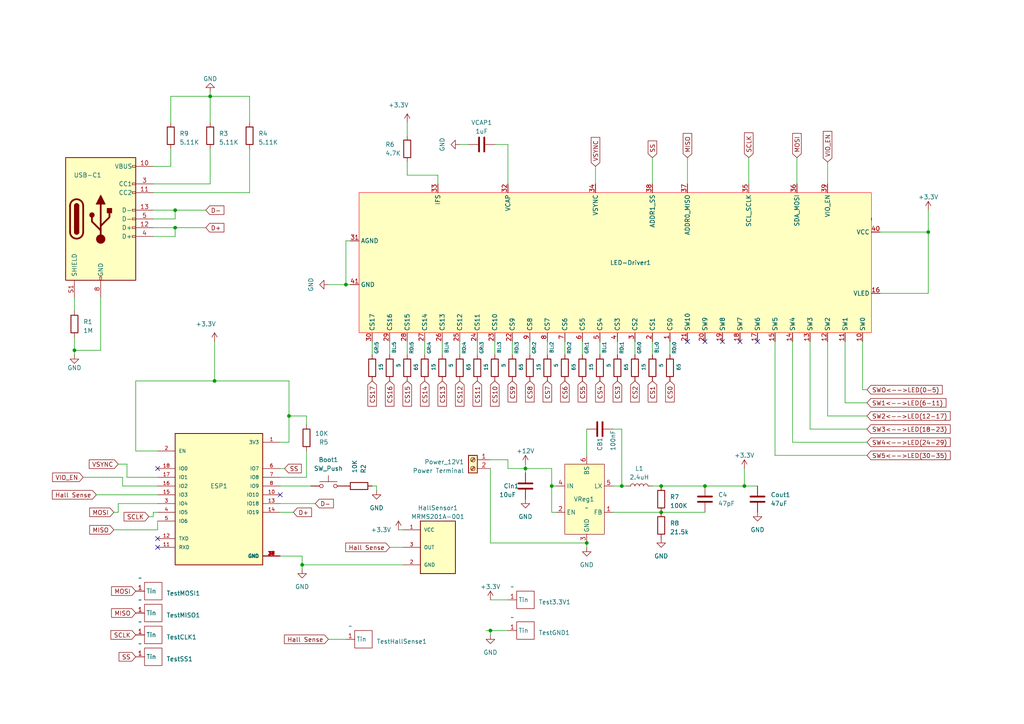
<source format=kicad_sch>
(kicad_sch (version 20230121) (generator eeschema)
  (paper "A4")
  (lib_symbols
    (symbol "Connector:Screw_Terminal_01x02" (pin_names (offset 1.016) hide)
      (property "Reference" "J" (at 0 2.54 0))
      (property "Value" "Screw_Terminal_01x02" (at 0 -5.08 0))
      (symbol "Screw_Terminal_01x02_1_1"
        (rectangle (start -1.27 1.27) (end 1.27 -3.81) (stroke (width 0.254)) (fill (type background)))
        (circle (center 0 -2.54) (radius 0.635) (stroke (width 0.1524)))
        (polyline (pts (xy -0.5334 -2.2098) (xy 0.3302 -3.048)) (stroke (width 0.1524)))
        (polyline (pts (xy -0.5334 0.3302) (xy 0.3302 -0.508)) (stroke (width 0.1524)))
        (polyline (pts (xy -0.3556 -2.032) (xy 0.508 -2.8702)) (stroke (width 0.1524)))
        (polyline (pts (xy -0.3556 0.508) (xy 0.508 -0.3302)) (stroke (width 0.1524)))
        (circle (center 0 0) (radius 0.635) (stroke (width 0.1524)))
        (pin passive line (at -5.08 0 0) (length 3.81) (name "Pin_1") (number "1"))
        (pin passive line (at -5.08 -2.54 0) (length 3.81) (name "Pin_2") (number "2"))
      )
    )
    (symbol "Device:C" (pin_numbers hide) (pin_names (offset 0.254))
      (property "Reference" "C" (at 0.635 2.54 0))
      (property "Value" "C" (at 0.635 -2.54 0))
      (symbol "C_0_1"
        (polyline (pts (xy -2.032 -0.762) (xy 2.032 -0.762)) (stroke (width 0.508)))
        (polyline (pts (xy -2.032 0.762) (xy 2.032 0.762)) (stroke (width 0.508)))
      )
      (symbol "C_1_1"
        (pin passive line (at 0 3.81 270) (length 2.794) (name "~") (number "1"))
        (pin passive line (at 0 -3.81 90) (length 2.794) (name "~") (number "2"))
      )
    )
    (symbol "Device:L" (pin_numbers hide) (pin_names (offset 1.016) hide)
      (property "Reference" "L" (at -1.27 0 90))
      (property "Value" "L" (at 1.905 0 90))
      (symbol "L_0_1"
        (arc (start 0 -2.54) (mid 0.6323 -1.905) (end 0 -1.27))
        (arc (start 0 -1.27) (mid 0.6323 -0.635) (end 0 0))
        (arc (start 0 0) (mid 0.6323 0.635) (end 0 1.27))
        (arc (start 0 1.27) (mid 0.6323 1.905) (end 0 2.54))
      )
      (symbol "L_1_1"
        (pin passive line (at 0 3.81 270) (length 1.27) (name "1") (number "1"))
        (pin passive line (at 0 -3.81 90) (length 1.27) (name "2") (number "2"))
      )
    )
    (symbol "Device:R" (pin_numbers hide) (pin_names (offset 0))
      (property "Reference" "R" (at 2.032 0 90))
      (property "Value" "R" (at 0 0 90))
      (symbol "R_0_1"
        (rectangle (start -1.016 -2.54) (end 1.016 2.54) (stroke (width 0.254)))
      )
      (symbol "R_1_1"
        (pin passive line (at 0 3.81 270) (length 1.27) (name "~") (number "1"))
        (pin passive line (at 0 -3.81 90) (length 1.27) (name "~") (number "2"))
      )
    )
    (symbol "FanBladeSymbols:ESP32-C3-WROOM-02-N4" (pin_names (offset 1.016))
      (property "Reference" "U" (at -12.7 21.082 0))
      (property "Value" "ESP32-C3-WROOM-02-N4" (at -12.7 -18.542 0))
      (symbol "ESP32-C3-WROOM-02-N4_0_0"
        (rectangle (start -12.7 20.32) (end 12.7 -17.78) (stroke (width 0.254)) (fill (type background)))
        (pin power_in line (at 17.78 17.78 180) (length 5.08) (name "3V3") (number "1"))
        (pin bidirectional line (at 17.78 2.54 180) (length 5.08) (name "IO10") (number "10"))
        (pin bidirectional line (at -17.78 -12.7 0) (length 5.08) (name "RXD") (number "11"))
        (pin bidirectional line (at -17.78 -10.16 0) (length 5.08) (name "TXD") (number "12"))
        (pin bidirectional line (at 17.78 0 180) (length 5.08) (name "IO18") (number "13"))
        (pin bidirectional line (at 17.78 -2.54 180) (length 5.08) (name "IO19") (number "14"))
        (pin bidirectional line (at -17.78 2.54 0) (length 5.08) (name "IO3") (number "15"))
        (pin bidirectional line (at -17.78 5.08 0) (length 5.08) (name "IO2") (number "16"))
        (pin bidirectional line (at -17.78 7.62 0) (length 5.08) (name "IO1") (number "17"))
        (pin bidirectional line (at -17.78 10.16 0) (length 5.08) (name "IO0") (number "18"))
        (pin power_in line (at 17.78 -15.24 180) (length 5.08) (name "GND") (number "19"))
        (pin input line (at -17.78 15.24 0) (length 5.08) (name "EN") (number "2"))
        (pin power_in line (at 17.78 -15.24 180) (length 5.08) (name "GND") (number "20"))
        (pin power_in line (at 17.78 -15.24 180) (length 5.08) (name "GND") (number "21"))
        (pin power_in line (at 17.78 -15.24 180) (length 5.08) (name "GND") (number "22"))
        (pin power_in line (at 17.78 -15.24 180) (length 5.08) (name "GND") (number "23"))
        (pin power_in line (at 17.78 -15.24 180) (length 5.08) (name "GND") (number "24"))
        (pin power_in line (at 17.78 -15.24 180) (length 5.08) (name "GND") (number "25"))
        (pin power_in line (at 17.78 -15.24 180) (length 5.08) (name "GND") (number "26"))
        (pin power_in line (at 17.78 -15.24 180) (length 5.08) (name "GND") (number "27"))
        (pin power_in line (at 17.78 -15.24 180) (length 5.08) (name "GND") (number "28"))
        (pin power_in line (at 17.78 -15.24 180) (length 5.08) (name "GND") (number "29"))
        (pin bidirectional line (at -17.78 0 0) (length 5.08) (name "IO4") (number "3"))
        (pin power_in line (at 17.78 -15.24 180) (length 5.08) (name "GND") (number "30"))
        (pin power_in line (at 17.78 -15.24 180) (length 5.08) (name "GND") (number "31"))
        (pin power_in line (at 17.78 -15.24 180) (length 5.08) (name "GND") (number "32"))
        (pin power_in line (at 17.78 -15.24 180) (length 5.08) (name "GND") (number "33"))
        (pin power_in line (at 17.78 -15.24 180) (length 5.08) (name "GND") (number "34"))
        (pin power_in line (at 17.78 -15.24 180) (length 5.08) (name "GND") (number "35"))
        (pin power_in line (at 17.78 -15.24 180) (length 5.08) (name "GND") (number "36"))
        (pin power_in line (at 17.78 -15.24 180) (length 5.08) (name "GND") (number "37"))
        (pin power_in line (at 17.78 -15.24 180) (length 5.08) (name "GND") (number "38"))
        (pin power_in line (at 17.78 -15.24 180) (length 5.08) (name "GND") (number "39"))
        (pin bidirectional line (at -17.78 -2.54 0) (length 5.08) (name "IO5") (number "4"))
        (pin bidirectional line (at -17.78 -5.08 0) (length 5.08) (name "IO6") (number "5"))
        (pin bidirectional line (at 17.78 10.16 180) (length 5.08) (name "IO7") (number "6"))
        (pin bidirectional line (at 17.78 7.62 180) (length 5.08) (name "IO8") (number "7"))
        (pin bidirectional line (at 17.78 5.08 180) (length 5.08) (name "IO9") (number "8"))
        (pin power_in line (at 17.78 -15.24 180) (length 5.08) (name "GND") (number "9"))
      )
    )
    (symbol "FanBladeSymbols:LP5860MRKPR"
      (property "Reference" "LP5860" (at 0 49.53 0))
      (symbol "LP5860MRKPR_0_1"
        (rectangle (start -20.32 68.58) (end 20.32 -80.01) (stroke (width 0) (color 255 15 34 1)) (fill (type background)))
      )
      (symbol "LP5860MRKPR_1_1"
        (pin input line (at 22.86 10.16 180) (length 2.54) (name "CS0") (number "1"))
        (pin input line (at 22.86 66.04 180) (length 2.54) (name "SW0") (number "10"))
        (pin input line (at 22.86 60.96 180) (length 2.54) (name "SW1") (number "11"))
        (pin input line (at 22.86 55.88 180) (length 2.54) (name "SW2") (number "12"))
        (pin input line (at 22.86 50.8 180) (length 2.54) (name "SW3") (number "13"))
        (pin input line (at 22.86 45.72 180) (length 2.54) (name "SW4") (number "14"))
        (pin input line (at 22.86 40.64 180) (length 2.54) (name "SW5") (number "15"))
        (pin input line (at 8.89 71.12 270) (length 2.54) (name "VLED") (number "16"))
        (pin input line (at 22.86 35.56 180) (length 2.54) (name "SW6") (number "17"))
        (pin input line (at 22.86 30.48 180) (length 2.54) (name "SW7") (number "18"))
        (pin input line (at 22.86 25.4 180) (length 2.54) (name "SW8") (number "19"))
        (pin input line (at 22.86 5.08 180) (length 2.54) (name "CS1") (number "2"))
        (pin input line (at 22.86 20.32 180) (length 2.54) (name "SW9") (number "20"))
        (pin input line (at 22.86 15.24 180) (length 2.54) (name "SW10") (number "21"))
        (pin input line (at 22.86 -35.56 180) (length 2.54) (name "CS9") (number "22"))
        (pin input line (at 22.86 -40.64 180) (length 2.54) (name "CS10") (number "23"))
        (pin input line (at 22.86 -45.72 180) (length 2.54) (name "CS11") (number "24"))
        (pin input line (at 22.86 -50.8 180) (length 2.54) (name "CS12") (number "25"))
        (pin input line (at 22.86 -55.88 180) (length 2.54) (name "CS13") (number "26"))
        (pin input line (at 22.86 -60.96 180) (length 2.54) (name "CS14") (number "27"))
        (pin input line (at 22.86 -66.04 180) (length 2.54) (name "CS15") (number "28"))
        (pin input line (at 22.86 -71.12 180) (length 2.54) (name "CS16") (number "29"))
        (pin input line (at 22.86 0 180) (length 2.54) (name "CS2") (number "3"))
        (pin input line (at 22.86 -76.2 180) (length 2.54) (name "CS17") (number "30"))
        (pin input line (at -6.35 -82.55 90) (length 2.54) (name "AGND") (number "31"))
        (pin input line (at -22.86 -36.83 0) (length 2.54) (name "VCAP") (number "32"))
        (pin input line (at -22.86 -57.15 0) (length 2.54) (name "IFS") (number "33"))
        (pin input line (at -22.86 -11.43 0) (length 2.54) (name "VSYNC") (number "34"))
        (pin input line (at -22.86 33.02 0) (length 2.54) (name "SCL_SCLK") (number "35"))
        (pin input line (at -22.86 46.99 0) (length 2.54) (name "SDA_MOSI") (number "36"))
        (pin input line (at -22.86 15.24 0) (length 2.54) (name "ADDR0_MISO") (number "37"))
        (pin input line (at -22.86 5.08 0) (length 2.54) (name "ADDR1_SS") (number "38"))
        (pin input line (at -22.86 55.88 0) (length 2.54) (name "VIO_EN") (number "39"))
        (pin input line (at 22.86 -5.08 180) (length 2.54) (name "CS3") (number "4"))
        (pin input line (at -8.89 71.12 270) (length 2.54) (name "VCC") (number "40"))
        (pin input line (at 6.35 -82.55 90) (length 2.54) (name "GND") (number "41"))
        (pin input line (at 22.86 -10.16 180) (length 2.54) (name "CS4") (number "5"))
        (pin input line (at 22.86 -15.24 180) (length 2.54) (name "CS5") (number "6"))
        (pin input line (at 22.86 -20.32 180) (length 2.54) (name "CS6") (number "7"))
        (pin input line (at 22.86 -25.4 180) (length 2.54) (name "CS7") (number "8"))
        (pin input line (at 22.86 -30.48 180) (length 2.54) (name "CS8") (number "9"))
      )
    )
    (symbol "FanBladeSymbols:MRMS201A-001" (pin_names (offset 1.016))
      (property "Reference" "U" (at -5.08 8.89 0))
      (property "Value" "MRMS201A-001" (at -5.08 -8.89 0))
      (symbol "MRMS201A-001_0_0"
        (rectangle (start -5.08 7.62) (end 5.08 -7.62) (stroke (width 0.254)) (fill (type background)))
        (pin power_in line (at 10.16 5.08 180) (length 5.08) (name "VCC") (number "1"))
        (pin power_in line (at 10.16 -5.08 180) (length 5.08) (name "GND") (number "2"))
        (pin output line (at 10.16 0 180) (length 5.08) (name "OUT") (number "3"))
      )
    )
    (symbol "FanBladeSymbols:SY8105ADC"
      (property "Reference" "U" (at 0 2.54 0))
      (symbol "SY8105ADC_0_1"
        (rectangle (start -6.35 12.7) (end 5.08 -7.62) (fill (type background)))
      )
      (symbol "SY8105ADC_1_1"
        (pin input line (at 7.62 -1.27 180) (length 2.54) (name "FB") (number "1"))
        (pin input line (at -8.89 -1.27 0) (length 2.54) (name "EN") (number "2"))
        (pin input line (at 0 -10.16 90) (length 2.54) (name "GND") (number "3"))
        (pin input line (at -8.89 6.35 0) (length 2.54) (name "IN") (number "4"))
        (pin input line (at 7.62 6.35 180) (length 2.54) (name "LX") (number "5"))
        (pin input line (at 0 15.24 270) (length 2.54) (name "BS") (number "6"))
      )
    )
    (symbol "FanBladeSymbols:TYPE-C-31-M-15" (pin_names (offset 1.016))
      (property "Reference" "J" (at -10.16 19.05 0))
      (property "Value" "TYPE-C-31-M-15" (at 19.05 19.05 0))
      (symbol "TYPE-C-31-M-15_0_0"
        (rectangle (start -0.254 -17.78) (end 0.254 -16.764))
        (rectangle (start 10.16 -4.826) (end 9.144 -5.334))
        (rectangle (start 10.16 -2.286) (end 9.144 -2.794))
        (rectangle (start 10.16 0.254) (end 9.144 -0.254))
        (rectangle (start 10.16 2.794) (end 9.144 2.286))
        (rectangle (start 10.16 7.874) (end 9.144 7.366))
        (rectangle (start 10.16 10.414) (end 9.144 9.906))
        (rectangle (start 10.16 15.494) (end 9.144 14.986))
      )
      (symbol "TYPE-C-31-M-15_0_1"
        (rectangle (start -10.16 17.78) (end 10.16 -17.78) (stroke (width 0.254)) (fill (type background)))
        (arc (start -8.89 -3.81) (mid -6.985 -5.7067) (end -5.08 -3.81) (stroke (width 0.508)))
        (arc (start -7.62 -3.81) (mid -6.985 -4.4423) (end -6.35 -3.81) (stroke (width 0.254)))
        (arc (start -7.62 -3.81) (mid -6.985 -4.4423) (end -6.35 -3.81) (stroke (width 0.254)) (fill (type outline)))
        (rectangle (start -7.62 -3.81) (end -6.35 3.81) (stroke (width 0.254)) (fill (type outline)))
        (arc (start -6.35 3.81) (mid -6.985 4.4423) (end -7.62 3.81) (stroke (width 0.254)))
        (arc (start -6.35 3.81) (mid -6.985 4.4423) (end -7.62 3.81) (stroke (width 0.254)) (fill (type outline)))
        (arc (start -5.08 3.81) (mid -6.985 5.7067) (end -8.89 3.81) (stroke (width 0.508)))
        (circle (center -2.54 1.143) (radius 0.635) (stroke (width 0.254)) (fill (type outline)))
        (circle (center 0 -5.842) (radius 1.27) (fill (type outline)))
        (polyline (pts (xy -8.89 -3.81) (xy -8.89 3.81)) (stroke (width 0.508)))
        (polyline (pts (xy -5.08 3.81) (xy -5.08 -3.81)) (stroke (width 0.508)))
        (polyline (pts (xy 0 -5.842) (xy 0 4.318)) (stroke (width 0.508)))
        (polyline (pts (xy 0 -3.302) (xy -2.54 -0.762) (xy -2.54 0.508)) (stroke (width 0.508)))
        (polyline (pts (xy 0 -2.032) (xy 2.54 0.508) (xy 2.54 1.778)) (stroke (width 0.508)))
        (polyline (pts (xy -1.27 4.318) (xy 0 6.858) (xy 1.27 4.318) (xy -1.27 4.318)) (stroke (width 0.254)) (fill (type outline)))
        (rectangle (start 1.905 1.778) (end 3.175 3.048) (stroke (width 0.254)) (fill (type outline)))
      )
      (symbol "TYPE-C-31-M-15_1_1"
        (pin passive line (at 0 -22.86 90) (length 5.08) hide (name "GND") (number "1"))
        (pin passive line (at 15.24 15.24 180) (length 5.08) (name "VBUS") (number "10"))
        (pin bidirectional line (at 15.24 7.62 180) (length 5.08) (name "CC2") (number "11"))
        (pin bidirectional line (at 15.24 -2.54 180) (length 5.08) (name "D+") (number "12"))
        (pin bidirectional line (at 15.24 2.54 180) (length 5.08) (name "D-") (number "13"))
        (pin passive line (at 15.24 15.24 180) (length 5.08) hide (name "VBUS") (number "15"))
        (pin passive line (at 0 -22.86 90) (length 5.08) hide (name "GND") (number "16"))
        (pin passive line (at 15.24 15.24 180) (length 5.08) hide (name "VBUS") (number "2"))
        (pin bidirectional line (at 15.24 10.16 180) (length 5.08) (name "CC1") (number "3"))
        (pin bidirectional line (at 15.24 -5.08 180) (length 5.08) (name "D+") (number "4"))
        (pin bidirectional line (at 15.24 0 180) (length 5.08) (name "D-") (number "5"))
        (pin passive line (at 15.24 15.24 180) (length 5.08) hide (name "VBUS") (number "7"))
        (pin passive line (at 0 -22.86 90) (length 5.08) (name "GND") (number "8"))
        (pin passive line (at 0 -22.86 90) (length 5.08) hide (name "GND") (number "9"))
        (pin passive line (at -7.62 -22.86 90) (length 5.08) (name "SHIELD") (number "S1"))
      )
    )
    (symbol "FanBladeSymbols:Test_Ring"
      (property "Reference" "U" (at 0 0 0))
      (symbol "Test_Ring_0_1"
        (rectangle (start 1.27 -1.27) (end 6.35 -6.35))
      )
      (symbol "Test_Ring_1_1"
        (pin input line (at -1.27 -3.81 0) (length 2.54) (name "Tin") (number "1"))
      )
    )
    (symbol "Switch:SW_Push" (pin_numbers hide) (pin_names (offset 1.016) hide)
      (property "Reference" "SW" (at 1.27 2.54 0))
      (property "Value" "SW_Push" (at 0 -1.524 0))
      (symbol "SW_Push_0_1"
        (circle (center -2.032 0) (radius 0.508))
        (polyline (pts (xy 0 1.27) (xy 0 3.048)))
        (polyline (pts (xy 2.54 1.27) (xy -2.54 1.27)))
        (circle (center 2.032 0) (radius 0.508))
        (pin passive line (at -5.08 0 0) (length 2.54) (name "1") (number "1"))
        (pin passive line (at 5.08 0 180) (length 2.54) (name "2") (number "2"))
      )
    )
    (symbol "power:+12V" (power) (pin_names (offset 0))
      (property "Value" "+12V" (at 0 3.556 0))
      (symbol "+12V_0_1"
        (polyline (pts (xy -0.762 1.27) (xy 0 2.54)))
        (polyline (pts (xy 0 0) (xy 0 2.54)))
        (polyline (pts (xy 0 2.54) (xy 0.762 1.27)))
      )
      (symbol "+12V_1_1"
        (pin power_in line (at 0 0 90) (length 0) hide (name "+12V") (number "1"))
      )
    )
    (symbol "power:+3.3V" (power) (pin_names (offset 0))
      (property "Value" "+3.3V" (at 0 3.556 0))
      (symbol "+3.3V_0_1"
        (polyline (pts (xy -0.762 1.27) (xy 0 2.54)))
        (polyline (pts (xy 0 0) (xy 0 2.54)))
        (polyline (pts (xy 0 2.54) (xy 0.762 1.27)))
      )
      (symbol "+3.3V_1_1"
        (pin power_in line (at 0 0 90) (length 0) hide (name "+3.3V") (number "1"))
      )
    )
    (symbol "power:GND" (power) (pin_names (offset 0))
      (property "Value" "GND" (at 0 -3.81 0))
      (symbol "GND_0_1"
        (polyline (pts (xy 0 0) (xy 0 -1.27) (xy 1.27 -1.27) (xy 0 -2.54) (xy -1.27 -1.27) (xy 0 -1.27)))
      )
      (symbol "GND_1_1"
        (pin power_in line (at 0 0 270) (length 0) hide (name "GND") (number "1"))
      )
    )
  )
  (junction (at 180.34 140.97))
  (junction (at 50.8 60.96))
  (junction (at 142.24 182.88))
  (junction (at 100.33 82.55))
  (junction (at 269.24 67.31))
  (junction (at 204.47 140.97))
  (junction (at 191.77 140.97))
  (junction (at 160.02 140.97))
  (junction (at 87.63 163.83))
  (junction (at 21.59 101.6))
  (junction (at 83.82 120.65))
  (junction (at 191.77 148.59))
  (junction (at 215.9 140.97))
  (junction (at 152.4 135.89))
  (junction (at 60.96 27.94))
  (junction (at 170.18 157.48))
  (junction (at 62.23 110.49))
  (junction (at 50.8 66.04))
  (no_connect (at 209.55 99.06))
  (no_connect (at 219.71 99.06))
  (no_connect (at 199.39 99.06))
  (no_connect (at 45.72 156.21))
  (no_connect (at 214.63 99.06))
  (no_connect (at 45.72 158.75))
  (no_connect (at 81.28 143.51))
  (no_connect (at 204.47 99.06))
  (no_connect (at 45.72 135.89))
  (wire (pts (xy 81.28 140.97) (xy 90.17 140.97)))
  (wire (pts (xy 153.67 99.06) (xy 153.67 102.87)))
  (wire (pts (xy 143.51 99.06) (xy 143.51 102.87)))
  (wire (pts (xy 49.53 35.56) (xy 49.53 27.94)))
  (wire (pts (xy 113.03 158.75) (xy 116.84 158.75)))
  (wire (pts (xy 251.46 132.08) (xy 224.79 132.08)))
  (wire (pts (xy 180.34 124.46) (xy 180.34 140.97)))
  (wire (pts (xy 62.23 99.06) (xy 62.23 110.49)))
  (wire (pts (xy 189.23 45.72) (xy 189.23 53.34)))
  (wire (pts (xy 217.17 45.72) (xy 217.17 53.34)))
  (wire (pts (xy 60.96 26.67) (xy 60.96 27.94)))
  (wire (pts (xy 269.24 60.96) (xy 269.24 67.31)))
  (wire (pts (xy 72.39 27.94) (xy 60.96 27.94)))
  (wire (pts (xy 147.32 135.89) (xy 147.32 133.35)))
  (wire (pts (xy 35.56 140.97) (xy 45.72 140.97)))
  (wire (pts (xy 118.11 46.99) (xy 118.11 50.8)))
  (wire (pts (xy 180.34 140.97) (xy 177.8 140.97)))
  (wire (pts (xy 49.53 27.94) (xy 60.96 27.94)))
  (wire (pts (xy 21.59 86.36) (xy 21.59 90.17)))
  (wire (pts (xy 39.37 110.49) (xy 62.23 110.49)))
  (wire (pts (xy 135.89 41.91) (xy 133.35 41.91)))
  (wire (pts (xy 142.24 173.99) (xy 147.32 173.99)))
  (wire (pts (xy 173.99 99.06) (xy 173.99 102.87)))
  (wire (pts (xy 115.57 153.67) (xy 116.84 153.67)))
  (wire (pts (xy 204.47 140.97) (xy 215.9 140.97)))
  (wire (pts (xy 245.11 99.06) (xy 245.11 116.84)))
  (wire (pts (xy 118.11 99.06) (xy 118.11 102.87)))
  (wire (pts (xy 123.19 99.06) (xy 123.19 102.87)))
  (wire (pts (xy 140.97 182.88) (xy 142.24 182.88)))
  (wire (pts (xy 184.15 99.06) (xy 184.15 102.87)))
  (wire (pts (xy 27.94 143.51) (xy 45.72 143.51)))
  (wire (pts (xy 87.63 163.83) (xy 87.63 165.1)))
  (wire (pts (xy 39.37 110.49) (xy 39.37 130.81)))
  (wire (pts (xy 83.82 120.65) (xy 88.9 120.65)))
  (wire (pts (xy 191.77 140.97) (xy 204.47 140.97)))
  (wire (pts (xy 34.29 148.59) (xy 34.29 146.05)))
  (wire (pts (xy 224.79 132.08) (xy 224.79 99.06)))
  (wire (pts (xy 60.96 53.34) (xy 44.45 53.34)))
  (wire (pts (xy 240.03 46.99) (xy 240.03 53.34)))
  (wire (pts (xy 189.23 99.06) (xy 189.23 102.87)))
  (wire (pts (xy 147.32 53.34) (xy 147.32 41.91)))
  (wire (pts (xy 234.95 124.46) (xy 234.95 99.06)))
  (wire (pts (xy 191.77 148.59) (xy 204.47 148.59)))
  (wire (pts (xy 88.9 138.43) (xy 81.28 138.43)))
  (wire (pts (xy 81.28 135.89) (xy 82.55 135.89)))
  (wire (pts (xy 245.11 116.84) (xy 251.46 116.84)))
  (wire (pts (xy 72.39 55.88) (xy 44.45 55.88)))
  (wire (pts (xy 60.96 27.94) (xy 60.96 35.56)))
  (wire (pts (xy 39.37 130.81) (xy 45.72 130.81)))
  (wire (pts (xy 45.72 153.67) (xy 45.72 151.13)))
  (wire (pts (xy 50.8 63.5) (xy 50.8 60.96)))
  (wire (pts (xy 152.4 134.62) (xy 152.4 135.89)))
  (wire (pts (xy 152.4 135.89) (xy 160.02 135.89)))
  (wire (pts (xy 50.8 60.96) (xy 44.45 60.96)))
  (wire (pts (xy 24.13 138.43) (xy 35.56 138.43)))
  (wire (pts (xy 83.82 120.65) (xy 83.82 128.27)))
  (wire (pts (xy 101.6 69.85) (xy 100.33 69.85)))
  (wire (pts (xy 127 50.8) (xy 127 53.34)))
  (wire (pts (xy 81.28 146.05) (xy 91.44 146.05)))
  (wire (pts (xy 168.91 99.06) (xy 168.91 102.87)))
  (wire (pts (xy 142.24 182.88) (xy 147.32 182.88)))
  (wire (pts (xy 250.19 113.03) (xy 251.46 113.03)))
  (wire (pts (xy 160.02 148.59) (xy 161.29 148.59)))
  (wire (pts (xy 107.95 99.06) (xy 107.95 102.87)))
  (wire (pts (xy 81.28 128.27) (xy 83.82 128.27)))
  (wire (pts (xy 49.53 48.26) (xy 49.53 43.18)))
  (wire (pts (xy 87.63 163.83) (xy 116.84 163.83)))
  (wire (pts (xy 113.03 99.06) (xy 113.03 102.87)))
  (wire (pts (xy 50.8 68.58) (xy 50.8 66.04)))
  (wire (pts (xy 240.03 120.65) (xy 240.03 99.06)))
  (wire (pts (xy 100.33 82.55) (xy 101.6 82.55)))
  (wire (pts (xy 21.59 101.6) (xy 21.59 102.87)))
  (wire (pts (xy 88.9 130.81) (xy 88.9 138.43)))
  (wire (pts (xy 251.46 120.65) (xy 240.03 120.65)))
  (wire (pts (xy 229.87 128.27) (xy 251.46 128.27)))
  (wire (pts (xy 36.83 134.62) (xy 36.83 138.43)))
  (wire (pts (xy 160.02 140.97) (xy 161.29 140.97)))
  (wire (pts (xy 72.39 43.18) (xy 72.39 55.88)))
  (wire (pts (xy 35.56 138.43) (xy 35.56 140.97)))
  (wire (pts (xy 44.45 148.59) (xy 45.72 148.59)))
  (wire (pts (xy 62.23 110.49) (xy 83.82 110.49)))
  (wire (pts (xy 50.8 66.04) (xy 59.69 66.04)))
  (wire (pts (xy 138.43 99.06) (xy 138.43 102.87)))
  (wire (pts (xy 128.27 99.06) (xy 128.27 102.87)))
  (wire (pts (xy 44.45 68.58) (xy 50.8 68.58)))
  (wire (pts (xy 142.24 182.88) (xy 142.24 184.15)))
  (wire (pts (xy 215.9 135.89) (xy 215.9 140.97)))
  (wire (pts (xy 170.18 158.75) (xy 170.18 157.48)))
  (wire (pts (xy 33.02 153.67) (xy 45.72 153.67)))
  (wire (pts (xy 142.24 133.35) (xy 147.32 133.35)))
  (wire (pts (xy 215.9 140.97) (xy 219.71 140.97)))
  (wire (pts (xy 60.96 43.18) (xy 60.96 53.34)))
  (wire (pts (xy 100.33 69.85) (xy 100.33 82.55)))
  (wire (pts (xy 21.59 97.79) (xy 21.59 101.6)))
  (wire (pts (xy 100.33 82.55) (xy 95.25 82.55)))
  (wire (pts (xy 160.02 140.97) (xy 160.02 148.59)))
  (wire (pts (xy 158.75 99.06) (xy 158.75 102.87)))
  (wire (pts (xy 133.35 99.06) (xy 133.35 102.87)))
  (wire (pts (xy 148.59 99.06) (xy 148.59 102.87)))
  (wire (pts (xy 109.22 142.24) (xy 109.22 140.97)))
  (wire (pts (xy 29.21 101.6) (xy 21.59 101.6)))
  (wire (pts (xy 251.46 124.46) (xy 234.95 124.46)))
  (wire (pts (xy 44.45 48.26) (xy 49.53 48.26)))
  (wire (pts (xy 88.9 120.65) (xy 88.9 123.19)))
  (wire (pts (xy 229.87 99.06) (xy 229.87 128.27)))
  (wire (pts (xy 118.11 35.56) (xy 118.11 39.37)))
  (wire (pts (xy 109.22 140.97) (xy 107.95 140.97)))
  (wire (pts (xy 34.29 146.05) (xy 45.72 146.05)))
  (wire (pts (xy 180.34 124.46) (xy 177.8 124.46)))
  (wire (pts (xy 255.27 85.09) (xy 269.24 85.09)))
  (wire (pts (xy 34.29 134.62) (xy 36.83 134.62)))
  (wire (pts (xy 152.4 135.89) (xy 147.32 135.89)))
  (wire (pts (xy 163.83 99.06) (xy 163.83 102.87)))
  (wire (pts (xy 81.28 161.29) (xy 87.63 161.29)))
  (wire (pts (xy 199.39 45.72) (xy 199.39 53.34)))
  (wire (pts (xy 147.32 41.91) (xy 143.51 41.91)))
  (wire (pts (xy 180.34 140.97) (xy 181.61 140.97)))
  (wire (pts (xy 142.24 135.89) (xy 142.24 157.48)))
  (wire (pts (xy 231.14 45.72) (xy 231.14 53.34)))
  (wire (pts (xy 95.25 185.42) (xy 100.33 185.42)))
  (wire (pts (xy 255.27 67.31) (xy 269.24 67.31)))
  (wire (pts (xy 81.28 148.59) (xy 85.09 148.59)))
  (wire (pts (xy 33.02 148.59) (xy 34.29 148.59)))
  (wire (pts (xy 44.45 149.86) (xy 44.45 148.59)))
  (wire (pts (xy 250.19 99.06) (xy 250.19 113.03)))
  (wire (pts (xy 160.02 135.89) (xy 160.02 140.97)))
  (wire (pts (xy 118.11 50.8) (xy 127 50.8)))
  (wire (pts (xy 43.18 149.86) (xy 44.45 149.86)))
  (wire (pts (xy 142.24 157.48) (xy 170.18 157.48)))
  (wire (pts (xy 170.18 124.46) (xy 170.18 132.08)))
  (wire (pts (xy 72.39 35.56) (xy 72.39 27.94)))
  (wire (pts (xy 36.83 138.43) (xy 45.72 138.43)))
  (wire (pts (xy 152.4 135.89) (xy 152.4 137.16)))
  (wire (pts (xy 179.07 99.06) (xy 179.07 102.87)))
  (wire (pts (xy 83.82 110.49) (xy 83.82 120.65)))
  (wire (pts (xy 50.8 60.96) (xy 59.69 60.96)))
  (wire (pts (xy 44.45 63.5) (xy 50.8 63.5)))
  (wire (pts (xy 177.8 148.59) (xy 191.77 148.59)))
  (wire (pts (xy 194.31 99.06) (xy 194.31 102.87)))
  (wire (pts (xy 269.24 67.31) (xy 269.24 85.09)))
  (wire (pts (xy 50.8 66.04) (xy 44.45 66.04)))
  (wire (pts (xy 189.23 140.97) (xy 191.77 140.97)))
  (wire (pts (xy 87.63 161.29) (xy 87.63 163.83)))
  (wire (pts (xy 29.21 86.36) (xy 29.21 101.6)))
  (wire (pts (xy 172.72 48.26) (xy 172.72 53.34)))
  (global_label "Hall Sense" (shape input) (at 113.03 158.75 180) (property "Intersheetrefs" "${INTERSHEET_REFS}" (effects hide)))
  (global_label "SW5<-->LED(30-35)" (shape input) (at 251.46 132.08 0) (property "Intersheetrefs" "${INTERSHEET_REFS}" (effects hide)))
  (global_label "CS11" (shape input) (at 138.43 110.49 270) (property "Intersheetrefs" "${INTERSHEET_REFS}" (effects hide)))
  (global_label "CS3" (shape input) (at 179.07 110.49 270) (property "Intersheetrefs" "${INTERSHEET_REFS}" (effects hide)))
  (global_label "VSYNC" (shape input) (at 34.29 134.62 180) (property "Intersheetrefs" "${INTERSHEET_REFS}" (effects hide)))
  (global_label "SW4<-->LED(24-29)" (shape input) (at 251.46 128.27 0) (property "Intersheetrefs" "${INTERSHEET_REFS}" (effects hide)))
  (global_label "Hall Sense" (shape input) (at 27.94 143.51 180) (property "Intersheetrefs" "${INTERSHEET_REFS}" (effects hide)))
  (global_label "CS7" (shape input) (at 158.75 110.49 270) (property "Intersheetrefs" "${INTERSHEET_REFS}" (effects hide)))
  (global_label "SW2<-->LED(12-17)" (shape input) (at 251.46 120.65 0) (property "Intersheetrefs" "${INTERSHEET_REFS}" (effects hide)))
  (global_label "CS14" (shape input) (at 123.19 110.49 270) (property "Intersheetrefs" "${INTERSHEET_REFS}" (effects hide)))
  (global_label "CS0" (shape input) (at 194.31 110.49 270) (property "Intersheetrefs" "${INTERSHEET_REFS}" (effects hide)))
  (global_label "SCLK" (shape input) (at 43.18 149.86 180) (property "Intersheetrefs" "${INTERSHEET_REFS}" (effects hide)))
  (global_label "CS15" (shape input) (at 118.11 110.49 270) (property "Intersheetrefs" "${INTERSHEET_REFS}" (effects hide)))
  (global_label "CS5" (shape input) (at 168.91 110.49 270) (property "Intersheetrefs" "${INTERSHEET_REFS}" (effects hide)))
  (global_label "SS" (shape input) (at 82.55 135.89 0) (property "Intersheetrefs" "${INTERSHEET_REFS}" (effects hide)))
  (global_label "SW1<-->LED(6-11)" (shape input) (at 251.46 116.84 0) (property "Intersheetrefs" "${INTERSHEET_REFS}" (effects hide)))
  (global_label "SW3<-->LED(18-23)" (shape input) (at 251.46 124.46 0) (property "Intersheetrefs" "${INTERSHEET_REFS}" (effects hide)))
  (global_label "CS9" (shape input) (at 148.59 110.49 270) (property "Intersheetrefs" "${INTERSHEET_REFS}" (effects hide)))
  (global_label "CS2" (shape input) (at 184.15 110.49 270) (property "Intersheetrefs" "${INTERSHEET_REFS}" (effects hide)))
  (global_label "SS" (shape input) (at 189.23 45.72 90) (property "Intersheetrefs" "${INTERSHEET_REFS}" (effects hide)))
  (global_label "CS12" (shape input) (at 133.35 110.49 270) (property "Intersheetrefs" "${INTERSHEET_REFS}" (effects hide)))
  (global_label "CS6" (shape input) (at 163.83 110.49 270) (property "Intersheetrefs" "${INTERSHEET_REFS}" (effects hide)))
  (global_label "MISO" (shape input) (at 199.39 45.72 90) (property "Intersheetrefs" "${INTERSHEET_REFS}" (effects hide)))
  (global_label "VIO_EN" (shape input) (at 24.13 138.43 180) (property "Intersheetrefs" "${INTERSHEET_REFS}" (effects hide)))
  (global_label "CS16" (shape input) (at 113.03 110.49 270) (property "Intersheetrefs" "${INTERSHEET_REFS}" (effects hide)))
  (global_label "MISO" (shape input) (at 33.02 153.67 180) (property "Intersheetrefs" "${INTERSHEET_REFS}" (effects hide)))
  (global_label "CS4" (shape input) (at 173.99 110.49 270) (property "Intersheetrefs" "${INTERSHEET_REFS}" (effects hide)))
  (global_label "MOSI" (shape input) (at 39.37 171.45 180) (property "Intersheetrefs" "${INTERSHEET_REFS}" (effects hide)))
  (global_label "D+" (shape input) (at 59.69 66.04 0) (property "Intersheetrefs" "${INTERSHEET_REFS}" (effects hide)))
  (global_label "CS8" (shape input) (at 153.67 110.49 270) (property "Intersheetrefs" "${INTERSHEET_REFS}" (effects hide)))
  (global_label "SCLK" (shape input) (at 217.17 45.72 90) (property "Intersheetrefs" "${INTERSHEET_REFS}" (effects hide)))
  (global_label "MOSI" (shape input) (at 33.02 148.59 180) (property "Intersheetrefs" "${INTERSHEET_REFS}" (effects hide)))
  (global_label "CS17" (shape input) (at 107.95 110.49 270) (property "Intersheetrefs" "${INTERSHEET_REFS}" (effects hide)))
  (global_label "MOSI" (shape input) (at 231.14 45.72 90) (property "Intersheetrefs" "${INTERSHEET_REFS}" (effects hide)))
  (global_label "CS13" (shape input) (at 128.27 110.49 270) (property "Intersheetrefs" "${INTERSHEET_REFS}" (effects hide)))
  (global_label "VSYNC" (shape input) (at 172.72 48.26 90) (property "Intersheetrefs" "${INTERSHEET_REFS}" (effects hide)))
  (global_label "SCLK" (shape input) (at 39.37 184.15 180) (property "Intersheetrefs" "${INTERSHEET_REFS}" (effects hide)))
  (global_label "D+" (shape input) (at 85.09 148.59 0) (property "Intersheetrefs" "${INTERSHEET_REFS}" (effects hide)))
  (global_label "CS1" (shape input) (at 189.23 110.49 270) (property "Intersheetrefs" "${INTERSHEET_REFS}" (effects hide)))
  (global_label "D-" (shape input) (at 59.69 60.96 0) (property "Intersheetrefs" "${INTERSHEET_REFS}" (effects hide)))
  (global_label "VIO_EN" (shape input) (at 240.03 46.99 90) (property "Intersheetrefs" "${INTERSHEET_REFS}" (effects hide)))
  (global_label "D-" (shape input) (at 91.44 146.05 0) (property "Intersheetrefs" "${INTERSHEET_REFS}" (effects hide)))
  (global_label "SWO<-->LED(0-5)" (shape input) (at 251.46 113.03 0) (property "Intersheetrefs" "${INTERSHEET_REFS}" (effects hide)))
  (global_label "Hall Sense" (shape input) (at 95.25 185.42 180) (property "Intersheetrefs" "${INTERSHEET_REFS}" (effects hide)))
  (global_label "SS" (shape input) (at 39.37 190.5 180) (property "Intersheetrefs" "${INTERSHEET_REFS}" (effects hide)))
  (global_label "MISO" (shape input) (at 39.37 177.8 180) (property "Intersheetrefs" "${INTERSHEET_REFS}" (effects hide)))
  (global_label "CS10" (shape input) (at 143.51 110.49 270) (property "Intersheetrefs" "${INTERSHEET_REFS}" (effects hide)))
  (symbol (lib_id "power:GND") (at 60.96 26.67 180) (unit 1)
    (property "Reference" "#PWR03" (effects hide))
    (property "Value" "GND" (at 60.96 22.86 0))
  )
  (symbol (lib_id "Device:L") (at 185.42 140.97 90) (unit 1)
    (property "Reference" "L1" (at 185.42 135.89 90))
    (property "Value" "2.4uH" (at 185.42 138.43 90))
    (property "Footprint" "FanbladeFootprints:Inductor_Sunlord" (effects hide))
  )
  (symbol (lib_id "power:GND") (at 133.35 41.91 270) (unit 1)
    (property "Reference" "#PWR07" (effects hide))
    (property "Value" "GND" (at 128.27 41.91 0))
  )
  (symbol (lib_id "Device:R") (at 49.53 39.37 0) (unit 1)
    (property "Reference" "R9" (at 52.07 38.735 0) (effects (justify left)))
    (property "Value" "5.11K" (at 52.07 41.275 0) (effects (justify left)))
    (property "Footprint" "FanbladeFootprints:Resistor_603" (effects hide))
  )
  (symbol (lib_id "FanBladeSymbols:Test_Ring") (at 40.64 180.34 0) (unit 1)
    (property "Reference" "TestCLK1" (at 48.26 184.785 0) (effects (justify left)))
    (property "Value" "~" (at 40.64 180.34 0))
    (property "Footprint" "FanbladeFootprints:Test_Point" (effects hide))
  )
  (symbol (lib_id "Device:R") (at 184.15 106.68 180) (unit 1)
    (property "Reference" "GR:0" (at 185.42 99.06 90) (effects (font (size 1 1)) (justify left)))
    (property "Value" "15" (at 186.69 105.41 90) (effects (font (size 1 1)) (justify left)))
    (property "Footprint" "FanbladeFootprints:Resistor_603" (effects hide))
  )
  (symbol (lib_id "Device:C") (at 139.7 41.91 270) (unit 1)
    (property "Reference" "VCAP1" (at 139.7 35.56 90))
    (property "Value" "1uF" (at 139.7 38.1 90))
    (property "Footprint" "FanbladeFootprints:Cap_603" (effects hide))
  )
  (symbol (lib_id "FanBladeSymbols:MRMS201A-001") (at 127 158.75 0) (mirror y) (unit 1)
    (property "Reference" "HallSensor1" (at 127 147.32 0))
    (property "Value" "MRMS201A-001" (at 127 149.86 0))
    (property "Footprint" "FanbladeFootprints:XDCR_MRMS201A-001" (effects hide))
    (property "STANDARD" "Manufacturer Recommendations" (effects hide))
    (property "PARTREV" "9" (effects hide))
    (property "MAXIMUM_PACKAGE_HEIGHT" "1.3mm" (effects hide))
    (property "MANUFACTURER" "Murata" (effects hide))
  )
  (symbol (lib_id "power:+3.3V") (at 62.23 99.06 0) (unit 1)
    (property "Reference" "#PWR04" (effects hide))
    (property "Value" "+3.3V" (at 59.69 93.98 0))
  )
  (symbol (lib_id "Device:R") (at 107.95 106.68 180) (unit 1)
    (property "Reference" "GR:5" (at 109.22 99.06 90) (effects (font (size 1 1)) (justify left)))
    (property "Value" "15" (at 110.49 105.41 90) (effects (font (size 1 1)) (justify left)))
    (property "Footprint" "FanbladeFootprints:Resistor_603" (effects hide))
  )
  (symbol (lib_id "power:+12V") (at 152.4 134.62 0) (unit 1)
    (property "Reference" "#PWR09" (effects hide))
    (property "Value" "+12V" (at 152.4 130.81 0))
  )
  (symbol (lib_id "power:GND") (at 219.71 148.59 0) (unit 1)
    (property "Reference" "#PWR012" (effects hide))
    (property "Value" "GND" (at 219.71 153.67 0))
  )
  (symbol (lib_id "Device:R") (at 88.9 127 180) (unit 1)
    (property "Reference" "R5" (at 95.25 128.27 0) (effects (justify left)))
    (property "Value" "10K" (at 95.25 125.73 0) (effects (justify left)))
    (property "Footprint" "FanbladeFootprints:Resistor_603" (effects hide))
  )
  (symbol (lib_id "Device:R") (at 168.91 106.68 180) (unit 1)
    (property "Reference" "GR:1" (at 170.18 99.06 90) (effects (font (size 1 1)) (justify left)))
    (property "Value" "15" (at 171.45 105.41 90) (effects (font (size 1 1)) (justify left)))
    (property "Footprint" "FanbladeFootprints:Resistor_603" (effects hide))
  )
  (symbol (lib_id "Device:R") (at 173.99 106.68 180) (unit 1)
    (property "Reference" "BL:1" (at 175.26 99.06 90) (effects (font (size 1 1)) (justify left)))
    (property "Value" "5" (at 176.53 105.41 90) (effects (font (size 1 1)) (justify left)))
    (property "Footprint" "FanbladeFootprints:Resistor_603" (effects hide))
  )
  (symbol (lib_id "Device:R") (at 179.07 106.68 180) (unit 1)
    (property "Reference" "RD:1" (at 180.34 99.06 90) (effects (font (size 1 1)) (justify left)))
    (property "Value" "65" (at 181.61 105.41 90) (effects (font (size 1 1)) (justify left)))
    (property "Footprint" "FanbladeFootprints:Resistor_603" (effects hide))
  )
  (symbol (lib_id "Device:C") (at 173.99 124.46 90) (unit 1)
    (property "Reference" "CB1" (at 173.99 130.81 0) (effects (justify left)))
    (property "Value" "100nF" (at 177.8 130.81 0) (effects (justify left)))
    (property "Footprint" "FanbladeFootprints:Cap_603" (effects hide))
  )
  (symbol (lib_id "FanBladeSymbols:TYPE-C-31-M-15") (at 29.21 63.5 0) (unit 1)
    (property "Reference" "USB-C1" (at 25.4 50.8 0))
    (property "Value" "USB_C_Receptacle_USB2.0" (effects hide))
    (property "Footprint" "FanbladeFootprints:TYPE-C-31-M-15" (effects hide))
    (property "Datasheet" "https://www.usb.org/sites/default/files/documents/usb_type-c.zip" (effects hide))
  )
  (symbol (lib_id "Switch:SW_Push") (at 95.25 140.97 0) (unit 1)
    (property "Reference" "Boot1" (at 95.25 133.35 0))
    (property "Value" "SW_Push" (at 95.25 135.89 0))
    (property "Footprint" "FanbladeFootprints:ButtonSMD" (effects hide))
  )
  (symbol (lib_id "FanBladeSymbols:Test_Ring") (at 40.64 167.64 0) (unit 1)
    (property "Reference" "TestMOSI1" (at 48.26 172.085 0) (effects (justify left)))
    (property "Value" "~" (at 40.64 167.64 0))
    (property "Footprint" "FanbladeFootprints:Test_Point" (effects hide))
  )
  (symbol (lib_id "Device:R") (at 158.75 106.68 180) (unit 1)
    (property "Reference" "BL:2" (at 160.02 99.06 90) (effects (font (size 1 1)) (justify left)))
    (property "Value" "5" (at 161.29 105.41 90) (effects (font (size 1 1)) (justify left)))
    (property "Footprint" "FanbladeFootprints:Resistor_603" (effects hide))
  )
  (symbol (lib_id "FanBladeSymbols:Test_Ring") (at 148.59 179.07 0) (unit 1)
    (property "Reference" "TestGND1" (at 156.21 183.515 0) (effects (justify left)))
    (property "Value" "~" (at 148.59 179.07 0))
    (property "Footprint" "FanbladeFootprints:Test_Point" (effects hide))
  )
  (symbol (lib_id "power:GND") (at 191.77 156.21 0) (unit 1)
    (property "Reference" "#PWR011" (effects hide))
    (property "Value" "GND" (at 191.77 161.29 0))
  )
  (symbol (lib_id "Device:R") (at 72.39 39.37 0) (unit 1)
    (property "Reference" "R4" (at 74.93 38.735 0) (effects (justify left)))
    (property "Value" "5.11K" (at 74.93 41.275 0) (effects (justify left)))
    (property "Footprint" "FanbladeFootprints:Resistor_603" (effects hide))
  )
  (symbol (lib_id "Device:R") (at 133.35 106.68 180) (unit 1)
    (property "Reference" "RD:4" (at 134.62 99.06 90) (effects (font (size 1 1)) (justify left)))
    (property "Value" "65" (at 135.89 105.41 90) (effects (font (size 1 1)) (justify left)))
    (property "Footprint" "FanbladeFootprints:Resistor_603" (effects hide))
  )
  (symbol (lib_id "Device:R") (at 123.19 106.68 180) (unit 1)
    (property "Reference" "GR:4" (at 124.46 99.06 90) (effects (font (size 1 1)) (justify left)))
    (property "Value" "15" (at 125.73 105.41 90) (effects (font (size 1 1)) (justify left)))
    (property "Footprint" "FanbladeFootprints:Resistor_603" (effects hide))
  )
  (symbol (lib_id "power:GND") (at 170.18 158.75 0) (unit 1)
    (property "Reference" "#PWR08" (effects hide))
    (property "Value" "GND" (at 170.18 163.83 0))
  )
  (symbol (lib_id "power:+3.3V") (at 115.57 153.67 0) (unit 1)
    (property "Reference" "#PWR018" (effects hide))
    (property "Value" "+3.3V" (at 110.49 153.67 0))
  )
  (symbol (lib_id "Device:C") (at 219.71 144.78 0) (unit 1)
    (property "Reference" "Cout1" (at 223.52 143.51 0) (effects (justify left)))
    (property "Value" "47uF" (at 223.52 146.05 0) (effects (justify left)))
    (property "Footprint" "FanbladeFootprints:Cap_603" (effects hide))
  )
  (symbol (lib_id "Device:R") (at 60.96 39.37 0) (unit 1)
    (property "Reference" "R3" (at 63.5 38.735 0) (effects (justify left)))
    (property "Value" "5.11K" (at 63.5 41.275 0) (effects (justify left)))
    (property "Footprint" "FanbladeFootprints:Resistor_603" (effects hide))
  )
  (symbol (lib_id "FanBladeSymbols:ESP32-C3-WROOM-02-N4") (at 63.5 146.05 0) (unit 1)
    (property "Reference" "ESP1" (at 63.5 140.97 0))
    (property "Value" "ESP32-C3-WROOM-02-N4" (effects hide))
    (property "Footprint" "FanbladeFootprints:MODULE_ESP32-C3-WROOM-02-H4" (effects hide))
    (property "AVAILABILITY" "In Stock" (effects hide))
    (property "PACKAGE" "Package" (effects hide))
    (property "MP" "ESP32-C3-WROOM-02-H4" (effects hide))
    (property "MF" "Espressif Systems" (effects hide))
    (property "PRICE" "None" (effects hide))
    (property "DESCRIPTION" "WiFi Modules (802.11) (Engineering Samples) SMD module, ESP32-C3, 4MB SPI flash, PCB antenna, -40 C +105 C" (effects hide))
    (property "PURCHASE-URL" "https://pricing.snapeda.com/search/part/ESP32-C3-WROOM-02-H4/?ref=eda" (effects hide))
  )
  (symbol (lib_id "Device:R") (at 113.03 106.68 180) (unit 1)
    (property "Reference" "BL:5" (at 114.3 99.06 90) (effects (font (size 1 1)) (justify left)))
    (property "Value" "5" (at 115.57 105.41 90) (effects (font (size 1 1)) (justify left)))
    (property "Footprint" "FanbladeFootprints:Resistor_603" (effects hide))
  )
  (symbol (lib_id "Device:R") (at 148.59 106.68 180) (unit 1)
    (property "Reference" "RD:3" (at 149.86 99.06 90) (effects (font (size 1 1)) (justify left)))
    (property "Value" "65" (at 151.13 105.41 90) (effects (font (size 1 1)) (justify left)))
    (property "Footprint" "FanbladeFootprints:Resistor_603" (effects hide))
  )
  (symbol (lib_id "power:GND") (at 152.4 144.78 0) (unit 1)
    (property "Reference" "#PWR010" (effects hide))
    (property "Value" "GND" (at 152.4 149.86 0))
  )
  (symbol (lib_id "Device:R") (at 191.77 152.4 0) (unit 1)
    (property "Reference" "R8" (at 194.31 151.765 0) (effects (justify left)))
    (property "Value" "21.5k" (at 194.31 154.305 0) (effects (justify left)))
    (property "Footprint" "FanbladeFootprints:Resistor_603" (effects hide))
  )
  (symbol (lib_id "Device:R") (at 128.27 106.68 180) (unit 1)
    (property "Reference" "BL:4" (at 129.54 99.06 90) (effects (font (size 1 1)) (justify left)))
    (property "Value" "5" (at 130.81 105.41 90) (effects (font (size 1 1)) (justify left)))
    (property "Footprint" "FanbladeFootprints:Resistor_603" (effects hide))
  )
  (symbol (lib_id "power:GND") (at 142.24 184.15 0) (unit 1)
    (property "Reference" "#PWR015" (effects hide))
    (property "Value" "GND" (at 142.24 189.23 0))
  )
  (symbol (lib_id "Device:R") (at 143.51 106.68 180) (unit 1)
    (property "Reference" "BL:3" (at 144.78 99.06 90) (effects (font (size 1 1)) (justify left)))
    (property "Value" "5" (at 146.05 105.41 90) (effects (font (size 1 1)) (justify left)))
    (property "Footprint" "FanbladeFootprints:Resistor_603" (effects hide))
  )
  (symbol (lib_id "Device:R") (at 118.11 43.18 0) (unit 1)
    (property "Reference" "R6" (at 111.76 41.91 0) (effects (justify left)))
    (property "Value" "4.7K" (at 111.76 44.45 0) (effects (justify left)))
    (property "Footprint" "FanbladeFootprints:Resistor_603" (effects hide))
  )
  (symbol (lib_id "power:+3.3V") (at 118.11 35.56 0) (unit 1)
    (property "Reference" "#PWR016" (effects hide))
    (property "Value" "+3.3V" (at 115.57 30.48 0))
  )
  (symbol (lib_id "Device:R") (at 118.11 106.68 180) (unit 1)
    (property "Reference" "RD:5" (at 119.38 99.06 90) (effects (font (size 1 1)) (justify left)))
    (property "Value" "65" (at 120.65 105.41 90) (effects (font (size 1 1)) (justify left)))
    (property "Footprint" "FanbladeFootprints:Resistor_603" (effects hide))
  )
  (symbol (lib_id "Device:R") (at 191.77 144.78 0) (unit 1)
    (property "Reference" "R7" (at 194.31 144.145 0) (effects (justify left)))
    (property "Value" "100K" (at 194.31 146.685 0) (effects (justify left)))
    (property "Footprint" "FanbladeFootprints:Resistor_603" (effects hide))
  )
  (symbol (lib_id "power:GND") (at 95.25 82.55 270) (unit 1)
    (property "Reference" "#PWR06" (effects hide))
    (property "Value" "GND" (at 90.17 82.55 0))
  )
  (symbol (lib_id "Device:C") (at 204.47 144.78 0) (unit 1)
    (property "Reference" "C4" (at 208.28 143.51 0) (effects (justify left)))
    (property "Value" "47pF" (at 208.28 146.05 0) (effects (justify left)))
    (property "Footprint" "FanbladeFootprints:Cap_603" (effects hide))
  )
  (symbol (lib_id "Connector:Screw_Terminal_01x02") (at 137.16 133.35 0) (mirror y) (unit 1)
    (property "Reference" "Power_12V1" (at 134.62 133.985 0) (effects (justify left)))
    (property "Value" "Power Terminal" (at 134.62 136.525 0) (effects (justify left)))
    (property "Footprint" "FanbladeFootprints:Power_Terminal" (effects hide))
  )
  (symbol (lib_id "power:+3.3V") (at 142.24 173.99 0) (unit 1)
    (property "Reference" "#PWR017" (effects hide))
    (property "Value" "+3.3V" (at 142.24 170.18 0))
  )
  (symbol (lib_id "Device:C") (at 152.4 140.97 0) (unit 1)
    (property "Reference" "Cin1" (at 146.05 140.97 0) (effects (justify left)))
    (property "Value" "10uF" (at 144.78 143.51 0) (effects (justify left)))
    (property "Footprint" "FanbladeFootprints:Cap_603" (effects hide))
  )
  (symbol (lib_id "Device:R") (at 21.59 93.98 0) (unit 1)
    (property "Reference" "R1" (at 24.13 93.345 0) (effects (justify left)))
    (property "Value" "1M" (at 24.13 95.885 0) (effects (justify left)))
    (property "Footprint" "FanbladeFootprints:Resistor_603" (effects hide))
  )
  (symbol (lib_id "power:GND") (at 21.59 102.87 0) (mirror y) (unit 1)
    (property "Reference" "#PWR01" (effects hide))
    (property "Value" "GND" (at 21.59 106.68 0))
  )
  (symbol (lib_id "power:+3.3V") (at 269.24 60.96 0) (unit 1)
    (property "Reference" "#PWR02" (effects hide))
    (property "Value" "+3.3V" (at 269.24 57.15 0))
  )
  (symbol (lib_id "Device:R") (at 194.31 106.68 180) (unit 1)
    (property "Reference" "RD:0" (at 195.58 99.06 90) (effects (font (size 1 1)) (justify left)))
    (property "Value" "65" (at 196.85 105.41 90) (effects (font (size 1 1)) (justify left)))
    (property "Footprint" "FanbladeFootprints:Resistor_603" (effects hide))
  )
  (symbol (lib_id "FanBladeSymbols:Test_Ring") (at 101.6 181.61 0) (unit 1)
    (property "Reference" "TestHallSense1" (at 109.22 186.055 0) (effects (justify left)))
    (property "Value" "~" (at 101.6 181.61 0))
    (property "Footprint" "FanbladeFootprints:Test_Point" (effects hide))
  )
  (symbol (lib_id "Device:R") (at 163.83 106.68 180) (unit 1)
    (property "Reference" "RD:2" (at 165.1 99.06 90) (effects (font (size 1 1)) (justify left)))
    (property "Value" "65" (at 166.37 105.41 90) (effects (font (size 1 1)) (justify left)))
    (property "Footprint" "FanbladeFootprints:Resistor_603" (effects hide))
  )
  (symbol (lib_id "FanBladeSymbols:SY8105ADC") (at 170.18 147.32 0) (unit 1)
    (property "Reference" "VReg1" (at 166.37 144.78 0) (effects (justify left)))
    (property "Value" "~" (at 170.18 147.32 0))
    (property "Footprint" "FanbladeFootprints:AN_SY8105" (effects hide))
  )
  (symbol (lib_id "FanBladeSymbols:LP5860MRKPR") (at 184.15 76.2 270) (unit 1)
    (property "Reference" "LED-Driver1" (at 182.88 76.2 90))
    (property "Value" "~" (at 252.73 63.5 0))
    (property "Footprint" "FanbladeFootprints:QFN-40_EP_4.85x5.15_Pitch0.4mm" (effects hide))
  )
  (symbol (lib_id "Device:R") (at 138.43 106.68 180) (unit 1)
    (property "Reference" "GR:3" (at 139.7 99.06 90) (effects (font (size 1 1)) (justify left)))
    (property "Value" "15" (at 140.97 105.41 90) (effects (font (size 1 1)) (justify left)))
    (property "Footprint" "FanbladeFootprints:Resistor_603" (effects hide))
  )
  (symbol (lib_id "FanBladeSymbols:Test_Ring") (at 40.64 186.69 0) (unit 1)
    (property "Reference" "TestSS1" (at 48.26 191.135 0) (effects (justify left)))
    (property "Value" "~" (at 40.64 186.69 0))
    (property "Footprint" "FanbladeFootprints:Test_Point" (effects hide))
  )
  (symbol (lib_id "power:+3.3V") (at 215.9 135.89 0) (unit 1)
    (property "Reference" "#PWR013" (effects hide))
    (property "Value" "+3.3V" (at 215.9 132.08 0))
  )
  (symbol (lib_id "FanBladeSymbols:Test_Ring") (at 148.59 170.18 0) (unit 1)
    (property "Reference" "Test3.3V1" (at 156.21 174.625 0) (effects (justify left)))
    (property "Value" "~" (at 148.59 170.18 0))
    (property "Footprint" "FanbladeFootprints:Test_Point" (effects hide))
  )
  (symbol (lib_id "power:GND") (at 87.63 165.1 0) (unit 1)
    (property "Reference" "#PWR05" (effects hide))
    (property "Value" "GND" (at 87.63 170.18 0))
  )
  (symbol (lib_id "Device:R") (at 189.23 106.68 180) (unit 1)
    (property "Reference" "BL:0" (at 190.5 99.06 90) (effects (font (size 1 1)) (justify left)))
    (property "Value" "5" (at 191.77 105.41 90) (effects (font (size 1 1)) (justify left)))
    (property "Footprint" "FanbladeFootprints:Resistor_603" (effects hide))
  )
  (symbol (lib_id "power:GND") (at 109.22 142.24 0) (unit 1)
    (property "Reference" "#PWR014" (effects hide))
    (property "Value" "GND" (at 109.22 147.32 0))
  )
  (symbol (lib_id "Device:R") (at 104.14 140.97 270) (unit 1)
    (property "Reference" "R2" (at 105.41 134.62 0) (effects (justify left)))
    (property "Value" "10K" (at 102.87 133.35 0) (effects (justify left)))
    (property "Footprint" "FanbladeFootprints:Resistor_603" (effects hide))
  )
  (symbol (lib_id "Device:R") (at 153.67 106.68 180) (unit 1)
    (property "Reference" "GR:2" (at 154.94 99.06 90) (effects (font (size 1 1)) (justify left)))
    (property "Value" "15" (at 156.21 105.41 90) (effects (font (size 1 1)) (justify left)))
    (property "Footprint" "FanbladeFootprints:Resistor_603" (effects hide))
  )
  (symbol (lib_id "FanBladeSymbols:Test_Ring") (at 40.64 173.99 0) (unit 1)
    (property "Reference" "TestMISO1" (at 48.26 178.435 0) (effects (justify left)))
    (property "Value" "~" (at 40.64 173.99 0))
    (property "Footprint" "FanbladeFootprints:Test_Point" (effects hide))
  )
  (sheet (at 1.27 254) (size 292.1 161.29) (stroke (width 0.1524))
    (property "Sheetname" "LED_Matrix" (at 1.27 253.2884 0) (effects (justify left bottom)))
    (property "Sheetfile" "LED Matrix.kicad_sch" (at 1.27 415.8746 0) (effects (justify left top)))
  )
)
</source>
